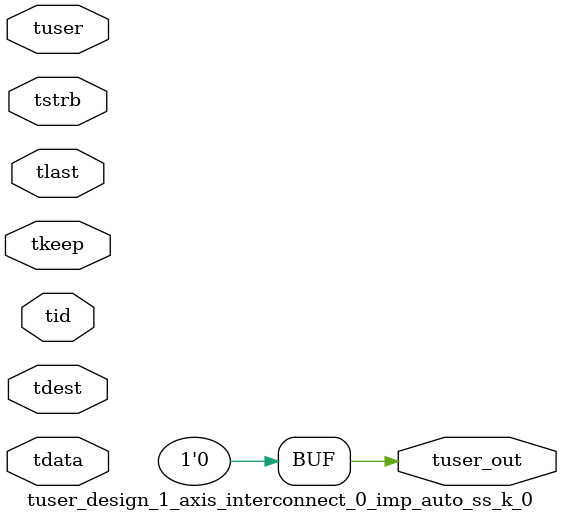
<source format=v>


`timescale 1ps/1ps

module tuser_design_1_axis_interconnect_0_imp_auto_ss_k_0 #
(
parameter C_S_AXIS_TUSER_WIDTH = 1,
parameter C_S_AXIS_TDATA_WIDTH = 32,
parameter C_S_AXIS_TID_WIDTH   = 0,
parameter C_S_AXIS_TDEST_WIDTH = 0,
parameter C_M_AXIS_TUSER_WIDTH = 1
)
(
input  [(C_S_AXIS_TUSER_WIDTH == 0 ? 1 : C_S_AXIS_TUSER_WIDTH)-1:0     ] tuser,
input  [(C_S_AXIS_TDATA_WIDTH == 0 ? 1 : C_S_AXIS_TDATA_WIDTH)-1:0     ] tdata,
input  [(C_S_AXIS_TID_WIDTH   == 0 ? 1 : C_S_AXIS_TID_WIDTH)-1:0       ] tid,
input  [(C_S_AXIS_TDEST_WIDTH == 0 ? 1 : C_S_AXIS_TDEST_WIDTH)-1:0     ] tdest,
input  [(C_S_AXIS_TDATA_WIDTH/8)-1:0 ] tkeep,
input  [(C_S_AXIS_TDATA_WIDTH/8)-1:0 ] tstrb,
input                                                                    tlast,
output [C_M_AXIS_TUSER_WIDTH-1:0] tuser_out
);

assign tuser_out = {1'b0};

endmodule


</source>
